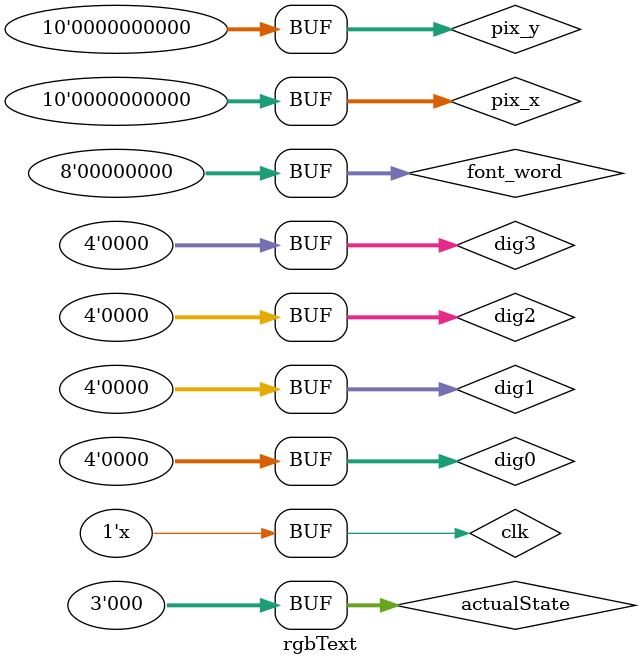
<source format=v>
`timescale 1ns / 1ps


module rgbText;

	// Inputs
	reg clk = 0;
	reg [3:0] dig0;
	reg [3:0] dig1;
	reg [3:0] dig2;
	reg [3:0] dig3;
	reg [2:0] actualState;
	reg [9:0] pix_x;
	reg [9:0] pix_y;
	reg [7:0] font_word;

	// Outputs
	wire [3:0] text_on;
	wire [2:0] text_rgb;
	wire [10:0] rom_addr;

	// Instantiate the Unit Under Test (UUT)
	textPainter uut (
		.clk(clk), 
		.dig0(dig0), 
		.dig1(dig1), 
		.dig2(dig2), 
		.dig3(dig3), 
		.actualState(actualState), 
		.pix_x(pix_x), 
		.pix_y(pix_y), 
		.text_on(text_on), 
		.text_rgb(text_rgb), 
		.rom_addr(rom_addr), 
		.font_word(font_word)
	);

	always #5 clk = ~clk;
	initial begin
		// Initialize Inputs
		dig0 = 0;
		dig1 = 0;
		dig2 = 0;
		dig3 = 0;
		actualState = 0;
		pix_x = 0;
		pix_y = 0;
		font_word = 0;

		// Wait 100 ns for global reset to finish
		#100;
        
		// Add stimulus here

	end
      
endmodule


</source>
